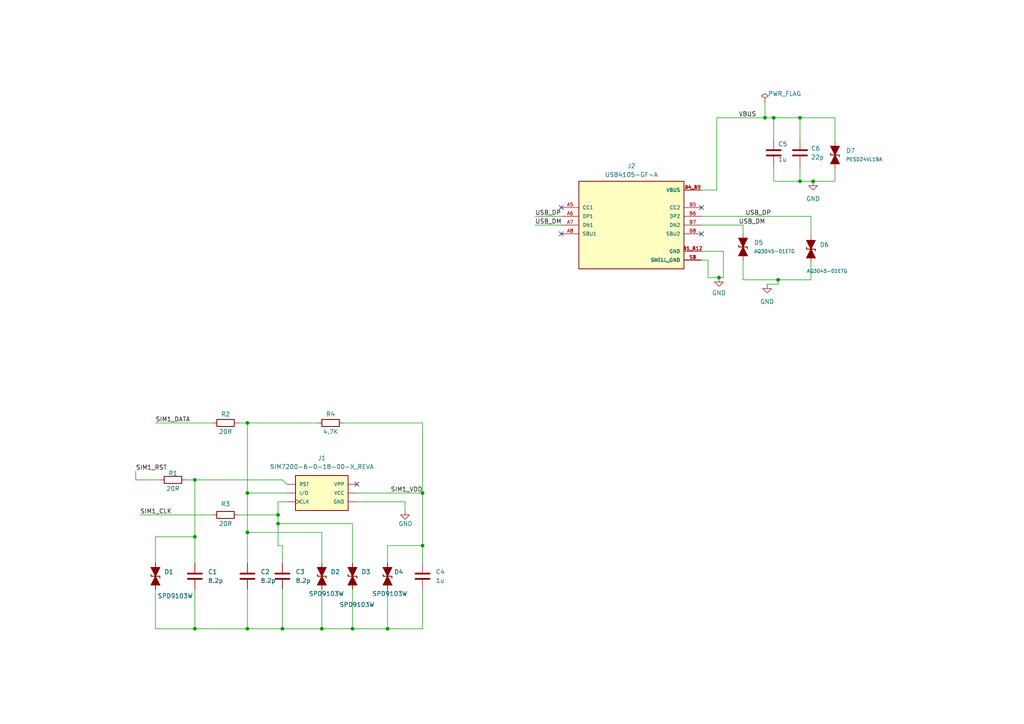
<source format=kicad_sch>
(kicad_sch
	(version 20231120)
	(generator "eeschema")
	(generator_version "8.0")
	(uuid "cebc580e-2758-4cad-9f51-af1d779c4773")
	(paper "A4")
	(lib_symbols
		(symbol "Device:C"
			(pin_numbers hide)
			(pin_names
				(offset 0.254)
			)
			(exclude_from_sim no)
			(in_bom yes)
			(on_board yes)
			(property "Reference" "C"
				(at 0.635 2.54 0)
				(effects
					(font
						(size 1.27 1.27)
					)
					(justify left)
				)
			)
			(property "Value" "C"
				(at 0.635 -2.54 0)
				(effects
					(font
						(size 1.27 1.27)
					)
					(justify left)
				)
			)
			(property "Footprint" ""
				(at 0.9652 -3.81 0)
				(effects
					(font
						(size 1.27 1.27)
					)
					(hide yes)
				)
			)
			(property "Datasheet" "~"
				(at 0 0 0)
				(effects
					(font
						(size 1.27 1.27)
					)
					(hide yes)
				)
			)
			(property "Description" "Unpolarized capacitor"
				(at 0 0 0)
				(effects
					(font
						(size 1.27 1.27)
					)
					(hide yes)
				)
			)
			(property "ki_keywords" "cap capacitor"
				(at 0 0 0)
				(effects
					(font
						(size 1.27 1.27)
					)
					(hide yes)
				)
			)
			(property "ki_fp_filters" "C_*"
				(at 0 0 0)
				(effects
					(font
						(size 1.27 1.27)
					)
					(hide yes)
				)
			)
			(symbol "C_0_1"
				(polyline
					(pts
						(xy -2.032 -0.762) (xy 2.032 -0.762)
					)
					(stroke
						(width 0.508)
						(type default)
					)
					(fill
						(type none)
					)
				)
				(polyline
					(pts
						(xy -2.032 0.762) (xy 2.032 0.762)
					)
					(stroke
						(width 0.508)
						(type default)
					)
					(fill
						(type none)
					)
				)
			)
			(symbol "C_1_1"
				(pin passive line
					(at 0 3.81 270)
					(length 2.794)
					(name "~"
						(effects
							(font
								(size 1.27 1.27)
							)
						)
					)
					(number "1"
						(effects
							(font
								(size 1.27 1.27)
							)
						)
					)
				)
				(pin passive line
					(at 0 -3.81 90)
					(length 2.794)
					(name "~"
						(effects
							(font
								(size 1.27 1.27)
							)
						)
					)
					(number "2"
						(effects
							(font
								(size 1.27 1.27)
							)
						)
					)
				)
			)
		)
		(symbol "Device:D_TVS_Filled"
			(pin_numbers hide)
			(pin_names
				(offset 1.016) hide)
			(exclude_from_sim no)
			(in_bom yes)
			(on_board yes)
			(property "Reference" "D"
				(at 0 2.54 0)
				(effects
					(font
						(size 1.27 1.27)
					)
				)
			)
			(property "Value" "D_TVS_Filled"
				(at 0 -2.54 0)
				(effects
					(font
						(size 1.27 1.27)
					)
				)
			)
			(property "Footprint" ""
				(at 0 0 0)
				(effects
					(font
						(size 1.27 1.27)
					)
					(hide yes)
				)
			)
			(property "Datasheet" "~"
				(at 0 0 0)
				(effects
					(font
						(size 1.27 1.27)
					)
					(hide yes)
				)
			)
			(property "Description" "Bidirectional transient-voltage-suppression diode, filled shape"
				(at 0 0 0)
				(effects
					(font
						(size 1.27 1.27)
					)
					(hide yes)
				)
			)
			(property "ki_keywords" "diode TVS thyrector"
				(at 0 0 0)
				(effects
					(font
						(size 1.27 1.27)
					)
					(hide yes)
				)
			)
			(property "ki_fp_filters" "TO-???* *_Diode_* *SingleDiode* D_*"
				(at 0 0 0)
				(effects
					(font
						(size 1.27 1.27)
					)
					(hide yes)
				)
			)
			(symbol "D_TVS_Filled_0_1"
				(polyline
					(pts
						(xy 1.27 0) (xy -1.27 0)
					)
					(stroke
						(width 0)
						(type default)
					)
					(fill
						(type none)
					)
				)
				(polyline
					(pts
						(xy -2.54 -1.27) (xy 0 0) (xy -2.54 1.27) (xy -2.54 -1.27)
					)
					(stroke
						(width 0.254)
						(type default)
					)
					(fill
						(type outline)
					)
				)
				(polyline
					(pts
						(xy 0.508 1.27) (xy 0 1.27) (xy 0 -1.27) (xy -0.508 -1.27)
					)
					(stroke
						(width 0.254)
						(type default)
					)
					(fill
						(type none)
					)
				)
				(polyline
					(pts
						(xy 2.54 1.27) (xy 2.54 -1.27) (xy 0 0) (xy 2.54 1.27)
					)
					(stroke
						(width 0.254)
						(type default)
					)
					(fill
						(type outline)
					)
				)
			)
			(symbol "D_TVS_Filled_1_1"
				(pin passive line
					(at -3.81 0 0)
					(length 2.54)
					(name "A1"
						(effects
							(font
								(size 1.27 1.27)
							)
						)
					)
					(number "1"
						(effects
							(font
								(size 1.27 1.27)
							)
						)
					)
				)
				(pin passive line
					(at 3.81 0 180)
					(length 2.54)
					(name "A2"
						(effects
							(font
								(size 1.27 1.27)
							)
						)
					)
					(number "2"
						(effects
							(font
								(size 1.27 1.27)
							)
						)
					)
				)
			)
		)
		(symbol "Device:R"
			(pin_numbers hide)
			(pin_names
				(offset 0)
			)
			(exclude_from_sim no)
			(in_bom yes)
			(on_board yes)
			(property "Reference" "R"
				(at 2.032 0 90)
				(effects
					(font
						(size 1.27 1.27)
					)
				)
			)
			(property "Value" "R"
				(at 0 0 90)
				(effects
					(font
						(size 1.27 1.27)
					)
				)
			)
			(property "Footprint" ""
				(at -1.778 0 90)
				(effects
					(font
						(size 1.27 1.27)
					)
					(hide yes)
				)
			)
			(property "Datasheet" "~"
				(at 0 0 0)
				(effects
					(font
						(size 1.27 1.27)
					)
					(hide yes)
				)
			)
			(property "Description" "Resistor"
				(at 0 0 0)
				(effects
					(font
						(size 1.27 1.27)
					)
					(hide yes)
				)
			)
			(property "ki_keywords" "R res resistor"
				(at 0 0 0)
				(effects
					(font
						(size 1.27 1.27)
					)
					(hide yes)
				)
			)
			(property "ki_fp_filters" "R_*"
				(at 0 0 0)
				(effects
					(font
						(size 1.27 1.27)
					)
					(hide yes)
				)
			)
			(symbol "R_0_1"
				(rectangle
					(start -1.016 -2.54)
					(end 1.016 2.54)
					(stroke
						(width 0.254)
						(type default)
					)
					(fill
						(type none)
					)
				)
			)
			(symbol "R_1_1"
				(pin passive line
					(at 0 3.81 270)
					(length 1.27)
					(name "~"
						(effects
							(font
								(size 1.27 1.27)
							)
						)
					)
					(number "1"
						(effects
							(font
								(size 1.27 1.27)
							)
						)
					)
				)
				(pin passive line
					(at 0 -3.81 90)
					(length 1.27)
					(name "~"
						(effects
							(font
								(size 1.27 1.27)
							)
						)
					)
					(number "2"
						(effects
							(font
								(size 1.27 1.27)
							)
						)
					)
				)
			)
		)
		(symbol "SCH_LIB:SIM7200-6-0-18-00-X_REVA"
			(pin_numbers hide)
			(pin_names
				(offset 1.016)
			)
			(exclude_from_sim no)
			(in_bom yes)
			(on_board yes)
			(property "Reference" "J"
				(at -7.62 5.588 0)
				(effects
					(font
						(size 1.27 1.27)
					)
					(justify left bottom)
				)
			)
			(property "Value" "SIM7200-6-0-18-00-X_REVA"
				(at -7.62 -7.62 0)
				(effects
					(font
						(size 1.27 1.27)
					)
					(justify left bottom)
				)
			)
			(property "Footprint" "LocalLib:GCT_SIM7050-6-0-00-X_REVC"
				(at -5.715 5.715 0)
				(effects
					(font
						(size 1.27 1.27)
					)
					(justify left bottom)
					(hide yes)
				)
			)
			(property "Datasheet" ""
				(at 0 0 0)
				(effects
					(font
						(size 1.27 1.27)
					)
					(justify left bottom)
					(hide yes)
				)
			)
			(property "Description" "6 Position Card Connector Micro SIM Surface Mount, Right Angle Gold"
				(at 0 0 0)
				(effects
					(font
						(size 1.27 1.27)
					)
					(hide yes)
				)
			)
			(property "MANUFACTURER" "GCT"
				(at -5.715 7.62 0)
				(effects
					(font
						(size 1.27 1.27)
					)
					(justify left bottom)
					(hide yes)
				)
			)
			(symbol "SIM7200-6-0-18-00-X_REVA_0_0"
				(rectangle
					(start -7.62 -5.08)
					(end 7.62 5.08)
					(stroke
						(width 0.254)
						(type default)
					)
					(fill
						(type background)
					)
				)
				(pin power_in line
					(at 10.16 0 180)
					(length 2.54)
					(name "VCC"
						(effects
							(font
								(size 1.016 1.016)
							)
						)
					)
					(number "C1"
						(effects
							(font
								(size 1.016 1.016)
							)
						)
					)
				)
				(pin input line
					(at -10.16 2.54 0)
					(length 2.54)
					(name "RST"
						(effects
							(font
								(size 1.016 1.016)
							)
						)
					)
					(number "C2"
						(effects
							(font
								(size 1.016 1.016)
							)
						)
					)
				)
				(pin bidirectional clock
					(at -10.16 -2.54 0)
					(length 2.54)
					(name "CLK"
						(effects
							(font
								(size 1.016 1.016)
							)
						)
					)
					(number "C3"
						(effects
							(font
								(size 1.016 1.016)
							)
						)
					)
				)
				(pin power_in line
					(at 10.16 -2.54 180)
					(length 2.54)
					(name "GND"
						(effects
							(font
								(size 1.016 1.016)
							)
						)
					)
					(number "C5"
						(effects
							(font
								(size 1.016 1.016)
							)
						)
					)
				)
				(pin power_in line
					(at 10.16 2.54 180)
					(length 2.54)
					(name "VPP"
						(effects
							(font
								(size 1.016 1.016)
							)
						)
					)
					(number "C6"
						(effects
							(font
								(size 1.016 1.016)
							)
						)
					)
				)
				(pin bidirectional line
					(at -10.16 0 0)
					(length 2.54)
					(name "I/O"
						(effects
							(font
								(size 1.016 1.016)
							)
						)
					)
					(number "C7"
						(effects
							(font
								(size 1.016 1.016)
							)
						)
					)
				)
			)
		)
		(symbol "SCH_LIB:USB4105-GF-A"
			(pin_names
				(offset 1.016)
			)
			(exclude_from_sim no)
			(in_bom yes)
			(on_board yes)
			(property "Reference" "J"
				(at -15.24 13.97 0)
				(effects
					(font
						(size 1.27 1.27)
					)
					(justify left bottom)
				)
			)
			(property "Value" "USB4105-GF-A"
				(at -6.985 -14.605 0)
				(effects
					(font
						(size 1.27 1.27)
					)
					(justify left bottom)
				)
			)
			(property "Footprint" "LocalLib:GCT_USB4105-GF-A"
				(at -8.89 13.97 0)
				(effects
					(font
						(size 1.27 1.27)
					)
					(justify left bottom)
					(hide yes)
				)
			)
			(property "Datasheet" ""
				(at 0 0 0)
				(effects
					(font
						(size 1.27 1.27)
					)
					(justify left bottom)
					(hide yes)
				)
			)
			(property "Description" ""
				(at 0 0 0)
				(effects
					(font
						(size 1.27 1.27)
					)
					(hide yes)
				)
			)
			(symbol "USB4105-GF-A_0_0"
				(rectangle
					(start -15.24 12.7)
					(end 15.24 -12.7)
					(stroke
						(width 0.254)
						(type default)
					)
					(fill
						(type background)
					)
				)
				(pin power_in line
					(at 20.32 -7.62 180)
					(length 5.08)
					(name "GND"
						(effects
							(font
								(size 1.016 1.016)
							)
						)
					)
					(number "A1_B12"
						(effects
							(font
								(size 1.016 1.016)
							)
						)
					)
				)
				(pin power_in line
					(at 20.32 10.16 180)
					(length 5.08)
					(name "VBUS"
						(effects
							(font
								(size 1.016 1.016)
							)
						)
					)
					(number "A4_B9"
						(effects
							(font
								(size 1.016 1.016)
							)
						)
					)
				)
				(pin bidirectional line
					(at -20.32 5.08 0)
					(length 5.08)
					(name "CC1"
						(effects
							(font
								(size 1.016 1.016)
							)
						)
					)
					(number "A5"
						(effects
							(font
								(size 1.016 1.016)
							)
						)
					)
				)
				(pin bidirectional line
					(at -20.32 2.54 0)
					(length 5.08)
					(name "DP1"
						(effects
							(font
								(size 1.016 1.016)
							)
						)
					)
					(number "A6"
						(effects
							(font
								(size 1.016 1.016)
							)
						)
					)
				)
				(pin bidirectional line
					(at -20.32 0 0)
					(length 5.08)
					(name "DN1"
						(effects
							(font
								(size 1.016 1.016)
							)
						)
					)
					(number "A7"
						(effects
							(font
								(size 1.016 1.016)
							)
						)
					)
				)
				(pin bidirectional line
					(at -20.32 -2.54 0)
					(length 5.08)
					(name "SBU1"
						(effects
							(font
								(size 1.016 1.016)
							)
						)
					)
					(number "A8"
						(effects
							(font
								(size 1.016 1.016)
							)
						)
					)
				)
				(pin power_in line
					(at 20.32 -7.62 180)
					(length 5.08)
					(name "GND"
						(effects
							(font
								(size 1.016 1.016)
							)
						)
					)
					(number "B1_A12"
						(effects
							(font
								(size 1.016 1.016)
							)
						)
					)
				)
				(pin power_in line
					(at 20.32 10.16 180)
					(length 5.08)
					(name "VBUS"
						(effects
							(font
								(size 1.016 1.016)
							)
						)
					)
					(number "B4_A9"
						(effects
							(font
								(size 1.016 1.016)
							)
						)
					)
				)
				(pin bidirectional line
					(at 20.32 5.08 180)
					(length 5.08)
					(name "CC2"
						(effects
							(font
								(size 1.016 1.016)
							)
						)
					)
					(number "B5"
						(effects
							(font
								(size 1.016 1.016)
							)
						)
					)
				)
				(pin bidirectional line
					(at 20.32 2.54 180)
					(length 5.08)
					(name "DP2"
						(effects
							(font
								(size 1.016 1.016)
							)
						)
					)
					(number "B6"
						(effects
							(font
								(size 1.016 1.016)
							)
						)
					)
				)
				(pin bidirectional line
					(at 20.32 0 180)
					(length 5.08)
					(name "DN2"
						(effects
							(font
								(size 1.016 1.016)
							)
						)
					)
					(number "B7"
						(effects
							(font
								(size 1.016 1.016)
							)
						)
					)
				)
				(pin bidirectional line
					(at 20.32 -2.54 180)
					(length 5.08)
					(name "SBU2"
						(effects
							(font
								(size 1.016 1.016)
							)
						)
					)
					(number "B8"
						(effects
							(font
								(size 1.016 1.016)
							)
						)
					)
				)
				(pin power_in line
					(at 20.32 -10.16 180)
					(length 5.08)
					(name "SHELL_GND"
						(effects
							(font
								(size 1.016 1.016)
							)
						)
					)
					(number "S1"
						(effects
							(font
								(size 1.016 1.016)
							)
						)
					)
				)
				(pin power_in line
					(at 20.32 -10.16 180)
					(length 5.08)
					(name "SHELL_GND"
						(effects
							(font
								(size 1.016 1.016)
							)
						)
					)
					(number "S2"
						(effects
							(font
								(size 1.016 1.016)
							)
						)
					)
				)
				(pin power_in line
					(at 20.32 -10.16 180)
					(length 5.08)
					(name "SHELL_GND"
						(effects
							(font
								(size 1.016 1.016)
							)
						)
					)
					(number "S3"
						(effects
							(font
								(size 1.016 1.016)
							)
						)
					)
				)
				(pin power_in line
					(at 20.32 -10.16 180)
					(length 5.08)
					(name "SHELL_GND"
						(effects
							(font
								(size 1.016 1.016)
							)
						)
					)
					(number "S4"
						(effects
							(font
								(size 1.016 1.016)
							)
						)
					)
				)
			)
		)
		(symbol "power:GND"
			(power)
			(pin_names
				(offset 0)
			)
			(exclude_from_sim no)
			(in_bom yes)
			(on_board yes)
			(property "Reference" "#PWR"
				(at 0 -6.35 0)
				(effects
					(font
						(size 1.27 1.27)
					)
					(hide yes)
				)
			)
			(property "Value" "GND"
				(at 0 -3.81 0)
				(effects
					(font
						(size 1.27 1.27)
					)
				)
			)
			(property "Footprint" ""
				(at 0 0 0)
				(effects
					(font
						(size 1.27 1.27)
					)
					(hide yes)
				)
			)
			(property "Datasheet" ""
				(at 0 0 0)
				(effects
					(font
						(size 1.27 1.27)
					)
					(hide yes)
				)
			)
			(property "Description" "Power symbol creates a global label with name \"GND\" , ground"
				(at 0 0 0)
				(effects
					(font
						(size 1.27 1.27)
					)
					(hide yes)
				)
			)
			(property "ki_keywords" "global power"
				(at 0 0 0)
				(effects
					(font
						(size 1.27 1.27)
					)
					(hide yes)
				)
			)
			(symbol "GND_0_1"
				(polyline
					(pts
						(xy 0 0) (xy 0 -1.27) (xy 1.27 -1.27) (xy 0 -2.54) (xy -1.27 -1.27) (xy 0 -1.27)
					)
					(stroke
						(width 0)
						(type default)
					)
					(fill
						(type none)
					)
				)
			)
			(symbol "GND_1_1"
				(pin power_in line
					(at 0 0 270)
					(length 0) hide
					(name "GND"
						(effects
							(font
								(size 1.27 1.27)
							)
						)
					)
					(number "1"
						(effects
							(font
								(size 1.27 1.27)
							)
						)
					)
				)
			)
		)
		(symbol "power:PWR_FLAG"
			(power)
			(pin_numbers hide)
			(pin_names
				(offset 0) hide)
			(exclude_from_sim no)
			(in_bom yes)
			(on_board yes)
			(property "Reference" "#FLG"
				(at 0 1.905 0)
				(effects
					(font
						(size 1.27 1.27)
					)
					(hide yes)
				)
			)
			(property "Value" "PWR_FLAG"
				(at 0 3.81 0)
				(effects
					(font
						(size 1.27 1.27)
					)
				)
			)
			(property "Footprint" ""
				(at 0 0 0)
				(effects
					(font
						(size 1.27 1.27)
					)
					(hide yes)
				)
			)
			(property "Datasheet" "~"
				(at 0 0 0)
				(effects
					(font
						(size 1.27 1.27)
					)
					(hide yes)
				)
			)
			(property "Description" "Special symbol for telling ERC where power comes from"
				(at 0 0 0)
				(effects
					(font
						(size 1.27 1.27)
					)
					(hide yes)
				)
			)
			(property "ki_keywords" "flag power"
				(at 0 0 0)
				(effects
					(font
						(size 1.27 1.27)
					)
					(hide yes)
				)
			)
			(symbol "PWR_FLAG_0_0"
				(pin power_out line
					(at 0 0 90)
					(length 0)
					(name "pwr"
						(effects
							(font
								(size 1.27 1.27)
							)
						)
					)
					(number "1"
						(effects
							(font
								(size 1.27 1.27)
							)
						)
					)
				)
			)
			(symbol "PWR_FLAG_0_1"
				(polyline
					(pts
						(xy 0 0) (xy 0 1.27) (xy -1.016 1.905) (xy 0 2.54) (xy 1.016 1.905) (xy 0 1.27)
					)
					(stroke
						(width 0)
						(type default)
					)
					(fill
						(type none)
					)
				)
			)
		)
	)
	(junction
		(at 122.555 158.242)
		(diameter 0)
		(color 0 0 0 0)
		(uuid "096bb6ab-7475-4d09-a37e-3addfabeee1d")
	)
	(junction
		(at 221.869 34.163)
		(diameter 0)
		(color 0 0 0 0)
		(uuid "1259cf04-f3a2-4ef3-bd46-fcdab24030fe")
	)
	(junction
		(at 56.515 139.192)
		(diameter 0)
		(color 0 0 0 0)
		(uuid "18375207-9951-4697-863f-950ce15a78f9")
	)
	(junction
		(at 232.029 52.578)
		(diameter 0)
		(color 0 0 0 0)
		(uuid "24d2729c-c2cf-42ff-8f6a-82e64cb7b5e1")
	)
	(junction
		(at 81.915 182.372)
		(diameter 0)
		(color 0 0 0 0)
		(uuid "3cbd28a8-5d40-41e2-ae85-14060e4290da")
	)
	(junction
		(at 225.679 81.153)
		(diameter 0)
		(color 0 0 0 0)
		(uuid "44107b82-4b1a-4685-ab9f-9f04b261673a")
	)
	(junction
		(at 232.029 34.163)
		(diameter 0)
		(color 0 0 0 0)
		(uuid "4cdfe7b0-ed8c-4454-81f1-bc8a66dd870b")
	)
	(junction
		(at 56.515 182.372)
		(diameter 0)
		(color 0 0 0 0)
		(uuid "514b6d6f-acdf-489a-bf59-80fcef7eb510")
	)
	(junction
		(at 235.839 52.578)
		(diameter 0)
		(color 0 0 0 0)
		(uuid "71fe2698-9f29-4012-aa10-4e591543773b")
	)
	(junction
		(at 56.515 155.702)
		(diameter 0)
		(color 0 0 0 0)
		(uuid "752b544e-1e67-4784-882c-33f214848f68")
	)
	(junction
		(at 102.235 182.372)
		(diameter 0)
		(color 0 0 0 0)
		(uuid "8b99f0cf-5513-4479-8075-a1ce4d52e4c4")
	)
	(junction
		(at 122.555 143.002)
		(diameter 0)
		(color 0 0 0 0)
		(uuid "99abf334-eef3-4a4f-8c87-78717b24b996")
	)
	(junction
		(at 71.755 154.432)
		(diameter 0)
		(color 0 0 0 0)
		(uuid "9af50a11-499c-4b87-837f-6c7de1c9e293")
	)
	(junction
		(at 224.409 34.163)
		(diameter 0)
		(color 0 0 0 0)
		(uuid "9c8b0ad2-700c-4863-bed9-013b6d881f50")
	)
	(junction
		(at 80.645 149.352)
		(diameter 0)
		(color 0 0 0 0)
		(uuid "b5850e6f-102f-4a80-b568-65de3f325d8b")
	)
	(junction
		(at 112.395 182.372)
		(diameter 0)
		(color 0 0 0 0)
		(uuid "d6005ec1-b448-4b11-87c1-6f850a5f5a19")
	)
	(junction
		(at 71.755 143.002)
		(diameter 0)
		(color 0 0 0 0)
		(uuid "da131e88-d689-411b-8666-0065be70b48d")
	)
	(junction
		(at 71.755 182.372)
		(diameter 0)
		(color 0 0 0 0)
		(uuid "e345a937-0285-4a5f-8608-4543167f3e04")
	)
	(junction
		(at 208.534 80.518)
		(diameter 0)
		(color 0 0 0 0)
		(uuid "e4e54b81-1e46-4e71-8625-59a406ac5e65")
	)
	(junction
		(at 71.755 122.682)
		(diameter 0)
		(color 0 0 0 0)
		(uuid "f1ca2806-aad2-476a-af72-1f30258c21cd")
	)
	(junction
		(at 93.345 182.372)
		(diameter 0)
		(color 0 0 0 0)
		(uuid "f537ee86-883a-4c87-9ef3-acdb90e15815")
	)
	(junction
		(at 80.645 151.892)
		(diameter 0)
		(color 0 0 0 0)
		(uuid "ff0f6a58-a566-4195-80f5-50480893f92b")
	)
	(no_connect
		(at 203.454 67.818)
		(uuid "0161aef0-5f3c-465d-bcb5-b245ec03e2fd")
	)
	(no_connect
		(at 162.814 60.198)
		(uuid "14df0c28-de1f-4897-8181-00a2fc00a54e")
	)
	(no_connect
		(at 162.814 67.818)
		(uuid "5c587258-fc3d-4771-9341-cef34d6d31a5")
	)
	(no_connect
		(at 103.505 140.462)
		(uuid "9bc93f9b-5966-4489-ab5c-a1a87ee055c1")
	)
	(no_connect
		(at 203.454 60.198)
		(uuid "c4663868-9a2c-444a-92ee-b28504fe02ec")
	)
	(wire
		(pts
			(xy 53.975 139.192) (xy 56.515 139.192)
		)
		(stroke
			(width 0)
			(type default)
		)
		(uuid "016506f8-888c-4950-86a6-b4d519df6b5c")
	)
	(wire
		(pts
			(xy 81.915 139.192) (xy 83.185 140.462)
		)
		(stroke
			(width 0)
			(type default)
		)
		(uuid "057d3bc0-e40e-4f07-ba5d-9f4b7bd20b45")
	)
	(wire
		(pts
			(xy 235.839 52.578) (xy 242.189 52.578)
		)
		(stroke
			(width 0)
			(type default)
		)
		(uuid "0e1f9d01-c8a5-44a4-8870-8c4e6bfbc9b4")
	)
	(wire
		(pts
			(xy 99.695 122.682) (xy 122.555 122.682)
		)
		(stroke
			(width 0)
			(type default)
		)
		(uuid "15cf18ce-bfd4-4135-a637-2f94a067e45b")
	)
	(wire
		(pts
			(xy 225.679 82.423) (xy 222.504 82.423)
		)
		(stroke
			(width 0)
			(type default)
		)
		(uuid "19036166-9dd7-417d-9550-aad88b3df215")
	)
	(wire
		(pts
			(xy 56.515 182.372) (xy 71.755 182.372)
		)
		(stroke
			(width 0)
			(type default)
		)
		(uuid "1930496b-2a39-414e-8e93-ff100dd0a278")
	)
	(wire
		(pts
			(xy 69.215 149.352) (xy 80.645 149.352)
		)
		(stroke
			(width 0)
			(type default)
		)
		(uuid "1976ecd1-a5d9-4ede-9efa-5aed61602d47")
	)
	(wire
		(pts
			(xy 242.189 34.163) (xy 242.189 41.148)
		)
		(stroke
			(width 0)
			(type default)
		)
		(uuid "1a4dadec-f835-49a1-b87b-df4d58d3851a")
	)
	(wire
		(pts
			(xy 224.409 52.578) (xy 232.029 52.578)
		)
		(stroke
			(width 0)
			(type default)
		)
		(uuid "21cbda33-faea-4d04-a04f-18db0f6ea87b")
	)
	(wire
		(pts
			(xy 122.555 143.002) (xy 122.555 158.242)
		)
		(stroke
			(width 0)
			(type default)
		)
		(uuid "24708ef5-16ae-4bae-9508-cae6a1915137")
	)
	(wire
		(pts
			(xy 205.359 80.518) (xy 208.534 80.518)
		)
		(stroke
			(width 0)
			(type default)
		)
		(uuid "257f5a77-e0be-43c2-9e5c-741641eee8f4")
	)
	(wire
		(pts
			(xy 40.64 149.352) (xy 61.595 149.352)
		)
		(stroke
			(width 0)
			(type default)
		)
		(uuid "288a011c-1c56-4e86-b6fb-811ddcc1d8f2")
	)
	(wire
		(pts
			(xy 80.645 145.542) (xy 80.645 149.352)
		)
		(stroke
			(width 0)
			(type default)
		)
		(uuid "2e9d14ef-ad85-489e-9943-98e9de4b1352")
	)
	(wire
		(pts
			(xy 232.029 34.163) (xy 242.189 34.163)
		)
		(stroke
			(width 0)
			(type default)
		)
		(uuid "32aad4d5-3629-48e6-a711-5623f558fc4e")
	)
	(wire
		(pts
			(xy 209.804 72.898) (xy 209.804 80.518)
		)
		(stroke
			(width 0)
			(type default)
		)
		(uuid "32dccec0-ebad-4ec9-a25b-87d4a860b32f")
	)
	(wire
		(pts
			(xy 45.085 155.702) (xy 56.515 155.702)
		)
		(stroke
			(width 0)
			(type default)
		)
		(uuid "36cd72fe-64e6-4339-91fd-e1f0ba35ae82")
	)
	(wire
		(pts
			(xy 102.235 182.372) (xy 112.395 182.372)
		)
		(stroke
			(width 0)
			(type default)
		)
		(uuid "3cba2c03-f354-4362-9faa-f8e4eb6b7792")
	)
	(wire
		(pts
			(xy 39.37 136.652) (xy 39.37 139.192)
		)
		(stroke
			(width 0)
			(type default)
		)
		(uuid "3d65d76a-fcbb-4744-b633-3e449ff55db0")
	)
	(wire
		(pts
			(xy 80.645 149.352) (xy 80.645 151.892)
		)
		(stroke
			(width 0)
			(type default)
		)
		(uuid "3d7fe9a3-93df-4e9e-9895-024867c09081")
	)
	(wire
		(pts
			(xy 207.899 34.163) (xy 207.899 55.118)
		)
		(stroke
			(width 0)
			(type default)
		)
		(uuid "3e5cf664-3fee-475b-a328-9b1c50bb95fb")
	)
	(wire
		(pts
			(xy 56.515 139.192) (xy 81.915 139.192)
		)
		(stroke
			(width 0)
			(type default)
		)
		(uuid "3f3cbcc1-e2e7-4cf3-a11d-3decc2e94671")
	)
	(wire
		(pts
			(xy 117.475 145.542) (xy 117.475 148.082)
		)
		(stroke
			(width 0)
			(type default)
		)
		(uuid "444f2ecb-41ba-4074-8952-52f19af177a8")
	)
	(wire
		(pts
			(xy 203.454 75.438) (xy 205.359 75.438)
		)
		(stroke
			(width 0)
			(type default)
		)
		(uuid "47f7c1e5-9da2-4bfa-b687-5ed54228c092")
	)
	(wire
		(pts
			(xy 93.345 182.372) (xy 102.235 182.372)
		)
		(stroke
			(width 0)
			(type default)
		)
		(uuid "48537692-8dcd-4d14-a8f2-edaf822924f0")
	)
	(wire
		(pts
			(xy 45.085 182.372) (xy 56.515 182.372)
		)
		(stroke
			(width 0)
			(type default)
		)
		(uuid "4c0cc8e6-841b-47ef-9a46-327014bbcc44")
	)
	(wire
		(pts
			(xy 224.409 34.163) (xy 232.029 34.163)
		)
		(stroke
			(width 0)
			(type default)
		)
		(uuid "588fc4da-5f5b-4376-8c9f-9efe733fdc98")
	)
	(wire
		(pts
			(xy 221.869 29.718) (xy 221.869 34.163)
		)
		(stroke
			(width 0)
			(type default)
		)
		(uuid "5a38c637-45ec-4585-9b0f-2e48b97a4513")
	)
	(wire
		(pts
			(xy 235.204 62.738) (xy 235.204 68.453)
		)
		(stroke
			(width 0)
			(type default)
		)
		(uuid "5a757fa4-df4e-4357-86e2-fd49209f1124")
	)
	(wire
		(pts
			(xy 71.755 170.942) (xy 71.755 182.372)
		)
		(stroke
			(width 0)
			(type default)
		)
		(uuid "5ad8df0c-36f2-492c-98bf-aa63d412409f")
	)
	(wire
		(pts
			(xy 155.194 62.738) (xy 162.814 62.738)
		)
		(stroke
			(width 0)
			(type default)
		)
		(uuid "5bd597e7-b1de-4f99-a297-9ba0e5805117")
	)
	(wire
		(pts
			(xy 242.189 48.768) (xy 242.189 52.578)
		)
		(stroke
			(width 0)
			(type default)
		)
		(uuid "6acd61db-a906-4acb-89aa-0aeda702853a")
	)
	(wire
		(pts
			(xy 71.755 143.002) (xy 83.185 143.002)
		)
		(stroke
			(width 0)
			(type default)
		)
		(uuid "6b064987-9727-4969-b092-7a0199aac43d")
	)
	(wire
		(pts
			(xy 103.505 143.002) (xy 122.555 143.002)
		)
		(stroke
			(width 0)
			(type default)
		)
		(uuid "6d0ba9de-a300-4643-8f0c-6cb1ecb0e483")
	)
	(wire
		(pts
			(xy 215.519 65.278) (xy 215.519 67.818)
		)
		(stroke
			(width 0)
			(type default)
		)
		(uuid "6e740cfb-8bcd-4c25-8f02-3fe55e735186")
	)
	(wire
		(pts
			(xy 224.409 34.163) (xy 224.409 40.513)
		)
		(stroke
			(width 0)
			(type default)
		)
		(uuid "6fefe8e4-417b-41d9-a563-3a530dd8311a")
	)
	(wire
		(pts
			(xy 232.029 34.163) (xy 232.029 40.513)
		)
		(stroke
			(width 0)
			(type default)
		)
		(uuid "74c9d0f8-6709-44c5-bd9d-088ea3dfbd6b")
	)
	(wire
		(pts
			(xy 81.915 182.372) (xy 93.345 182.372)
		)
		(stroke
			(width 0)
			(type default)
		)
		(uuid "778770e7-7123-4d46-a9d9-15a51138b830")
	)
	(wire
		(pts
			(xy 232.029 52.578) (xy 235.839 52.578)
		)
		(stroke
			(width 0)
			(type default)
		)
		(uuid "77ff1307-c604-42f3-989e-82b0a64906cb")
	)
	(wire
		(pts
			(xy 103.505 145.542) (xy 117.475 145.542)
		)
		(stroke
			(width 0)
			(type default)
		)
		(uuid "78625ceb-8f3b-4bd0-9fd2-7a453eed0c25")
	)
	(wire
		(pts
			(xy 235.204 76.073) (xy 235.204 81.153)
		)
		(stroke
			(width 0)
			(type default)
		)
		(uuid "78836c20-0e6a-4d54-8a1f-7740b4d42591")
	)
	(wire
		(pts
			(xy 232.029 48.133) (xy 232.029 52.578)
		)
		(stroke
			(width 0)
			(type default)
		)
		(uuid "7e11ddf2-b9c6-48f0-b8e4-bbd43a11486f")
	)
	(wire
		(pts
			(xy 80.645 145.542) (xy 83.185 145.542)
		)
		(stroke
			(width 0)
			(type default)
		)
		(uuid "8123eb05-2830-42a8-a8d8-d2552fb616fa")
	)
	(wire
		(pts
			(xy 205.359 75.438) (xy 205.359 80.518)
		)
		(stroke
			(width 0)
			(type default)
		)
		(uuid "81a10b2a-4b4b-464c-a165-28ee583cd8e9")
	)
	(wire
		(pts
			(xy 112.395 158.242) (xy 122.555 158.242)
		)
		(stroke
			(width 0)
			(type default)
		)
		(uuid "82956abc-7026-4fec-bc2e-8bcbaac8a7f4")
	)
	(wire
		(pts
			(xy 81.915 170.942) (xy 81.915 182.372)
		)
		(stroke
			(width 0)
			(type default)
		)
		(uuid "8b81d1bc-9f6f-4299-996a-dd68f90d0ab6")
	)
	(wire
		(pts
			(xy 112.395 158.242) (xy 112.395 163.322)
		)
		(stroke
			(width 0)
			(type default)
		)
		(uuid "8e120300-7501-4d38-97c3-0b5de4a4461b")
	)
	(wire
		(pts
			(xy 122.555 122.682) (xy 122.555 143.002)
		)
		(stroke
			(width 0)
			(type default)
		)
		(uuid "91fda6c1-6c92-4f67-9e17-795cd16323a4")
	)
	(wire
		(pts
			(xy 71.755 143.002) (xy 71.755 154.432)
		)
		(stroke
			(width 0)
			(type default)
		)
		(uuid "97907bab-c0b0-4100-89e3-646504f232b3")
	)
	(wire
		(pts
			(xy 45.085 122.682) (xy 61.595 122.682)
		)
		(stroke
			(width 0)
			(type default)
		)
		(uuid "99c15332-9b73-42bb-bd09-d7813a46b2d5")
	)
	(wire
		(pts
			(xy 221.869 34.163) (xy 224.409 34.163)
		)
		(stroke
			(width 0)
			(type default)
		)
		(uuid "9aa05d58-420f-4ccd-a9f8-5af514a22e21")
	)
	(wire
		(pts
			(xy 71.755 182.372) (xy 81.915 182.372)
		)
		(stroke
			(width 0)
			(type default)
		)
		(uuid "9bf71969-5868-4fb8-afea-6a6526ca345b")
	)
	(wire
		(pts
			(xy 155.194 65.278) (xy 162.814 65.278)
		)
		(stroke
			(width 0)
			(type default)
		)
		(uuid "9d5606d0-1fce-4b33-997c-74014b342809")
	)
	(wire
		(pts
			(xy 225.679 82.423) (xy 225.679 81.153)
		)
		(stroke
			(width 0)
			(type default)
		)
		(uuid "9f8f3a67-a19a-44c8-9317-5537a3e57ba7")
	)
	(wire
		(pts
			(xy 80.645 151.892) (xy 80.645 158.242)
		)
		(stroke
			(width 0)
			(type default)
		)
		(uuid "a2810663-dc96-453f-b5b1-6ce4070cfacc")
	)
	(wire
		(pts
			(xy 80.645 151.892) (xy 102.235 151.892)
		)
		(stroke
			(width 0)
			(type default)
		)
		(uuid "a2c1dcea-bc44-4521-a3c0-475717a5ea04")
	)
	(wire
		(pts
			(xy 69.215 122.682) (xy 71.755 122.682)
		)
		(stroke
			(width 0)
			(type default)
		)
		(uuid "a54a2782-575c-41a3-baf2-a29ef59724f5")
	)
	(wire
		(pts
			(xy 224.409 48.133) (xy 224.409 52.578)
		)
		(stroke
			(width 0)
			(type default)
		)
		(uuid "a891ceda-6755-426d-9cc2-58756eb3c7ea")
	)
	(wire
		(pts
			(xy 93.345 170.942) (xy 93.345 182.372)
		)
		(stroke
			(width 0)
			(type default)
		)
		(uuid "ad74d961-bcf2-4b63-9eab-77255bdd47e6")
	)
	(wire
		(pts
			(xy 56.515 155.702) (xy 56.515 163.322)
		)
		(stroke
			(width 0)
			(type default)
		)
		(uuid "afda1139-6ddb-4b40-a5c5-93593731e5ba")
	)
	(wire
		(pts
			(xy 71.755 122.682) (xy 92.075 122.682)
		)
		(stroke
			(width 0)
			(type default)
		)
		(uuid "b0ddcc04-80fd-48c0-8fcf-0201dc394df3")
	)
	(wire
		(pts
			(xy 203.454 72.898) (xy 209.804 72.898)
		)
		(stroke
			(width 0)
			(type default)
		)
		(uuid "b280c864-53f1-48ec-bcb0-c8e9ea821055")
	)
	(wire
		(pts
			(xy 215.519 75.438) (xy 215.519 81.153)
		)
		(stroke
			(width 0)
			(type default)
		)
		(uuid "b42a13e2-989e-4a92-8955-d30d9f127b55")
	)
	(wire
		(pts
			(xy 45.085 170.942) (xy 45.085 182.372)
		)
		(stroke
			(width 0)
			(type default)
		)
		(uuid "b7ae4aa9-e1ad-4b56-8b94-f70e00f5012a")
	)
	(wire
		(pts
			(xy 112.395 170.942) (xy 112.395 182.372)
		)
		(stroke
			(width 0)
			(type default)
		)
		(uuid "b81964e3-a555-43f5-b156-4b139f6a9b74")
	)
	(wire
		(pts
			(xy 207.899 55.118) (xy 203.454 55.118)
		)
		(stroke
			(width 0)
			(type default)
		)
		(uuid "b8cee040-b909-4783-a3f6-5106de8eb217")
	)
	(wire
		(pts
			(xy 71.755 154.432) (xy 93.345 154.432)
		)
		(stroke
			(width 0)
			(type default)
		)
		(uuid "bb0f03b4-aa96-4bb4-8c56-2aaf094758c9")
	)
	(wire
		(pts
			(xy 71.755 122.682) (xy 71.755 143.002)
		)
		(stroke
			(width 0)
			(type default)
		)
		(uuid "bca21e7f-af7d-49b5-8dc2-5fd0bc2d1d72")
	)
	(wire
		(pts
			(xy 122.555 170.942) (xy 122.555 182.372)
		)
		(stroke
			(width 0)
			(type default)
		)
		(uuid "c211d530-05f1-4051-a70c-dab074c1a228")
	)
	(wire
		(pts
			(xy 112.395 182.372) (xy 122.555 182.372)
		)
		(stroke
			(width 0)
			(type default)
		)
		(uuid "ca0a5dd6-bf26-4b91-a6c4-40295138a627")
	)
	(wire
		(pts
			(xy 56.515 170.942) (xy 56.515 182.372)
		)
		(stroke
			(width 0)
			(type default)
		)
		(uuid "cc0ec1b8-0744-44f5-92fd-b4b55fe31bcb")
	)
	(wire
		(pts
			(xy 56.515 139.192) (xy 56.515 155.702)
		)
		(stroke
			(width 0)
			(type default)
		)
		(uuid "ce03179a-849d-483b-bc35-ad95f0976db7")
	)
	(wire
		(pts
			(xy 71.755 154.432) (xy 71.755 163.322)
		)
		(stroke
			(width 0)
			(type default)
		)
		(uuid "d7fb710a-6212-495e-a5cc-a18ce0a92593")
	)
	(wire
		(pts
			(xy 93.345 154.432) (xy 93.345 163.322)
		)
		(stroke
			(width 0)
			(type default)
		)
		(uuid "db276630-bb36-4288-920c-428f4e298a5e")
	)
	(wire
		(pts
			(xy 45.085 155.702) (xy 45.085 163.322)
		)
		(stroke
			(width 0)
			(type default)
		)
		(uuid "dc78afd9-72e3-4ac6-8816-d819a81c3940")
	)
	(wire
		(pts
			(xy 208.534 80.518) (xy 209.804 80.518)
		)
		(stroke
			(width 0)
			(type default)
		)
		(uuid "dd699d80-8e73-4e48-a78b-41121b9a1b7d")
	)
	(wire
		(pts
			(xy 102.235 151.892) (xy 102.235 163.322)
		)
		(stroke
			(width 0)
			(type default)
		)
		(uuid "e0f50948-fc7c-4c90-9aeb-94368a6ef48f")
	)
	(wire
		(pts
			(xy 203.454 62.738) (xy 235.204 62.738)
		)
		(stroke
			(width 0)
			(type default)
		)
		(uuid "e28643bc-0cc8-4f4f-b981-962d6836e73b")
	)
	(wire
		(pts
			(xy 80.645 158.242) (xy 81.915 158.242)
		)
		(stroke
			(width 0)
			(type default)
		)
		(uuid "f0552cf3-aa3d-449f-9257-4598767c9380")
	)
	(wire
		(pts
			(xy 122.555 158.242) (xy 122.555 163.322)
		)
		(stroke
			(width 0)
			(type default)
		)
		(uuid "f127281a-6b61-440c-8510-f85d25f35907")
	)
	(wire
		(pts
			(xy 102.235 170.942) (xy 102.235 182.372)
		)
		(stroke
			(width 0)
			(type default)
		)
		(uuid "f4faddf1-686e-4118-9149-eabade2390db")
	)
	(wire
		(pts
			(xy 235.204 81.153) (xy 225.679 81.153)
		)
		(stroke
			(width 0)
			(type default)
		)
		(uuid "f5c3d3c2-08a8-48f1-9c5e-593b7afc8086")
	)
	(wire
		(pts
			(xy 215.519 81.153) (xy 225.679 81.153)
		)
		(stroke
			(width 0)
			(type default)
		)
		(uuid "f92375a1-8809-4f6e-8e91-9fadda288137")
	)
	(wire
		(pts
			(xy 203.454 65.278) (xy 215.519 65.278)
		)
		(stroke
			(width 0)
			(type default)
		)
		(uuid "f9660a14-5511-410f-ad8e-8447228c3c9c")
	)
	(wire
		(pts
			(xy 207.899 34.163) (xy 221.869 34.163)
		)
		(stroke
			(width 0)
			(type default)
		)
		(uuid "fb57c76b-2efa-47e7-96a7-94800fa70aa1")
	)
	(wire
		(pts
			(xy 39.37 139.192) (xy 46.355 139.192)
		)
		(stroke
			(width 0)
			(type default)
		)
		(uuid "fbbf017b-e528-4c39-816a-b562654274a3")
	)
	(wire
		(pts
			(xy 81.915 158.242) (xy 81.915 163.322)
		)
		(stroke
			(width 0)
			(type default)
		)
		(uuid "fd72ff4b-a74e-456d-9dc2-24675b3588d3")
	)
	(label "SIM1_VDD"
		(at 122.555 143.002 180)
		(fields_autoplaced yes)
		(effects
			(font
				(size 1.27 1.27)
			)
			(justify right bottom)
		)
		(uuid "0e97a645-a74a-4347-940e-f6e4dfc8a387")
	)
	(label "SIM1_RST"
		(at 39.37 136.652 0)
		(fields_autoplaced yes)
		(effects
			(font
				(size 1.27 1.27)
			)
			(justify left bottom)
		)
		(uuid "24220020-491b-4a17-9d69-e05d7f4b6f0c")
	)
	(label "VBUS"
		(at 214.249 34.163 0)
		(fields_autoplaced yes)
		(effects
			(font
				(size 1.27 1.27)
			)
			(justify left bottom)
		)
		(uuid "31332a71-c5a3-4724-a361-c6849dbfc90a")
	)
	(label "USB_DP"
		(at 155.194 62.738 0)
		(fields_autoplaced yes)
		(effects
			(font
				(size 1.27 1.27)
			)
			(justify left bottom)
		)
		(uuid "58524801-ee54-43d9-9765-d08d97a2356d")
	)
	(label "USB_DM"
		(at 214.249 65.278 0)
		(fields_autoplaced yes)
		(effects
			(font
				(size 1.27 1.27)
			)
			(justify left bottom)
		)
		(uuid "628fb412-0637-4a88-86b9-ab98f2ab25f3")
	)
	(label "USB_DP"
		(at 216.154 62.738 0)
		(fields_autoplaced yes)
		(effects
			(font
				(size 1.27 1.27)
			)
			(justify left bottom)
		)
		(uuid "9a8ed1c6-bcc4-43b0-9b10-672e928d430c")
	)
	(label "SIM1_DATA"
		(at 45.085 122.682 0)
		(fields_autoplaced yes)
		(effects
			(font
				(size 1.27 1.27)
			)
			(justify left bottom)
		)
		(uuid "c42dec5a-f840-4203-a226-dacf4d11c301")
	)
	(label "USB_DM"
		(at 155.194 65.278 0)
		(fields_autoplaced yes)
		(effects
			(font
				(size 1.27 1.27)
			)
			(justify left bottom)
		)
		(uuid "cb0dd58c-4aca-499a-bcd6-b9c8aa5539ad")
	)
	(label "SIM1_CLK"
		(at 40.64 149.352 0)
		(fields_autoplaced yes)
		(effects
			(font
				(size 1.27 1.27)
			)
			(justify left bottom)
		)
		(uuid "e0575aba-484b-4faf-8c6e-ca452e8e4f9d")
	)
	(symbol
		(lib_id "Device:D_TVS_Filled")
		(at 45.085 167.132 90)
		(unit 1)
		(exclude_from_sim no)
		(in_bom yes)
		(on_board yes)
		(dnp no)
		(uuid "107645df-8f3f-4a25-b9c4-9ff189bbee62")
		(property "Reference" "D1"
			(at 47.625 165.862 90)
			(effects
				(font
					(size 1.27 1.27)
				)
				(justify right)
			)
		)
		(property "Value" "SPD9103W"
			(at 45.72 172.847 90)
			(effects
				(font
					(size 1.27 1.27)
				)
				(justify right)
			)
		)
		(property "Footprint" "Diode_SMD:D_0402_1005Metric"
			(at 45.085 167.132 0)
			(effects
				(font
					(size 1.27 1.27)
				)
				(hide yes)
			)
		)
		(property "Datasheet" "~"
			(at 45.085 167.132 0)
			(effects
				(font
					(size 1.27 1.27)
				)
				(hide yes)
			)
		)
		(property "Description" ""
			(at 45.085 167.132 0)
			(effects
				(font
					(size 1.27 1.27)
				)
				(hide yes)
			)
		)
		(pin "1"
			(uuid "7566c526-4914-450c-b36b-55ca2f639951")
		)
		(pin "2"
			(uuid "2ddb2f4e-d051-4bde-8f8f-3f9d4cb93a40")
		)
		(instances
			(project "esp32"
				(path "/69132b65-5f0b-4ed7-8803-56f01bbb9a87/484ad768-8d2f-48df-8447-c0d9d56f6294"
					(reference "D1")
					(unit 1)
				)
			)
		)
	)
	(symbol
		(lib_id "Device:D_TVS_Filled")
		(at 235.204 72.263 90)
		(unit 1)
		(exclude_from_sim no)
		(in_bom yes)
		(on_board yes)
		(dnp no)
		(uuid "109c680e-ac63-4101-bd2a-bb419e3156bc")
		(property "Reference" "D6"
			(at 237.744 70.993 90)
			(effects
				(font
					(size 1.27 1.27)
				)
				(justify right)
			)
		)
		(property "Value" "AQ3045-01ETG"
			(at 233.934 78.613 90)
			(effects
				(font
					(size 1.016 1.016)
				)
				(justify right)
			)
		)
		(property "Footprint" "LocalLib:DIO_PESD5V0S1UL,315"
			(at 235.204 72.263 0)
			(effects
				(font
					(size 1.27 1.27)
				)
				(hide yes)
			)
		)
		(property "Datasheet" "~"
			(at 235.204 72.263 0)
			(effects
				(font
					(size 1.27 1.27)
				)
				(hide yes)
			)
		)
		(property "Description" ""
			(at 235.204 72.263 0)
			(effects
				(font
					(size 1.27 1.27)
				)
				(hide yes)
			)
		)
		(pin "1"
			(uuid "4534e4f0-f6fc-45c7-8f70-6b82d2b85c07")
		)
		(pin "2"
			(uuid "e7d85196-1e1f-418b-806f-7b25db8b6bd7")
		)
		(instances
			(project "esp32"
				(path "/69132b65-5f0b-4ed7-8803-56f01bbb9a87/484ad768-8d2f-48df-8447-c0d9d56f6294"
					(reference "D6")
					(unit 1)
				)
			)
		)
	)
	(symbol
		(lib_id "power:GND")
		(at 235.839 52.578 0)
		(unit 1)
		(exclude_from_sim no)
		(in_bom yes)
		(on_board yes)
		(dnp no)
		(fields_autoplaced yes)
		(uuid "163d3fd0-aefa-442e-9d7d-d3abfefe7987")
		(property "Reference" "#PWR04"
			(at 235.839 58.928 0)
			(effects
				(font
					(size 1.27 1.27)
				)
				(hide yes)
			)
		)
		(property "Value" "GND"
			(at 235.839 57.658 0)
			(effects
				(font
					(size 1.27 1.27)
				)
			)
		)
		(property "Footprint" ""
			(at 235.839 52.578 0)
			(effects
				(font
					(size 1.27 1.27)
				)
				(hide yes)
			)
		)
		(property "Datasheet" ""
			(at 235.839 52.578 0)
			(effects
				(font
					(size 1.27 1.27)
				)
				(hide yes)
			)
		)
		(property "Description" ""
			(at 235.839 52.578 0)
			(effects
				(font
					(size 1.27 1.27)
				)
				(hide yes)
			)
		)
		(pin "1"
			(uuid "f38f96d7-8f43-4b1e-b5c3-871d58e8b5da")
		)
		(instances
			(project "esp32"
				(path "/69132b65-5f0b-4ed7-8803-56f01bbb9a87/484ad768-8d2f-48df-8447-c0d9d56f6294"
					(reference "#PWR04")
					(unit 1)
				)
			)
		)
	)
	(symbol
		(lib_id "Device:R")
		(at 50.165 139.192 90)
		(unit 1)
		(exclude_from_sim no)
		(in_bom yes)
		(on_board yes)
		(dnp no)
		(uuid "1e9993b3-896e-435c-9053-314b805fce19")
		(property "Reference" "R1"
			(at 50.165 137.287 90)
			(effects
				(font
					(size 1.27 1.27)
				)
			)
		)
		(property "Value" "20R"
			(at 50.165 141.732 90)
			(effects
				(font
					(size 1.27 1.27)
				)
			)
		)
		(property "Footprint" "Resistor_SMD:R_0603_1608Metric"
			(at 50.165 140.97 90)
			(effects
				(font
					(size 1.27 1.27)
				)
				(hide yes)
			)
		)
		(property "Datasheet" "~"
			(at 50.165 139.192 0)
			(effects
				(font
					(size 1.27 1.27)
				)
				(hide yes)
			)
		)
		(property "Description" ""
			(at 50.165 139.192 0)
			(effects
				(font
					(size 1.27 1.27)
				)
				(hide yes)
			)
		)
		(pin "1"
			(uuid "4b001afd-0e9f-4240-b1ec-fddffd023e90")
		)
		(pin "2"
			(uuid "abac8024-1bae-40de-b9e1-83f7454c47b1")
		)
		(instances
			(project "esp32"
				(path "/69132b65-5f0b-4ed7-8803-56f01bbb9a87/484ad768-8d2f-48df-8447-c0d9d56f6294"
					(reference "R1")
					(unit 1)
				)
			)
		)
	)
	(symbol
		(lib_id "Device:R")
		(at 65.405 122.682 90)
		(unit 1)
		(exclude_from_sim no)
		(in_bom yes)
		(on_board yes)
		(dnp no)
		(uuid "24c19b5f-0a93-4436-84dd-1e3c242b5c77")
		(property "Reference" "R2"
			(at 65.405 120.142 90)
			(effects
				(font
					(size 1.27 1.27)
				)
			)
		)
		(property "Value" "20R"
			(at 65.405 125.222 90)
			(effects
				(font
					(size 1.27 1.27)
				)
			)
		)
		(property "Footprint" "Resistor_SMD:R_0603_1608Metric"
			(at 65.405 124.46 90)
			(effects
				(font
					(size 1.27 1.27)
				)
				(hide yes)
			)
		)
		(property "Datasheet" "~"
			(at 65.405 122.682 0)
			(effects
				(font
					(size 1.27 1.27)
				)
				(hide yes)
			)
		)
		(property "Description" ""
			(at 65.405 122.682 0)
			(effects
				(font
					(size 1.27 1.27)
				)
				(hide yes)
			)
		)
		(pin "1"
			(uuid "ba04e38f-511c-42e5-84c0-9674425c3fdc")
		)
		(pin "2"
			(uuid "0b615f1e-b13c-4750-8902-a35afc8d0f96")
		)
		(instances
			(project "esp32"
				(path "/69132b65-5f0b-4ed7-8803-56f01bbb9a87/484ad768-8d2f-48df-8447-c0d9d56f6294"
					(reference "R2")
					(unit 1)
				)
			)
		)
	)
	(symbol
		(lib_id "Device:R")
		(at 95.885 122.682 90)
		(unit 1)
		(exclude_from_sim no)
		(in_bom yes)
		(on_board yes)
		(dnp no)
		(uuid "2ae48487-2cab-46e8-a6b4-666dc6ebddfa")
		(property "Reference" "R4"
			(at 95.885 120.142 90)
			(effects
				(font
					(size 1.27 1.27)
				)
			)
		)
		(property "Value" "4.7K"
			(at 95.885 125.222 90)
			(effects
				(font
					(size 1.27 1.27)
				)
			)
		)
		(property "Footprint" "Resistor_SMD:R_0603_1608Metric"
			(at 95.885 124.46 90)
			(effects
				(font
					(size 1.27 1.27)
				)
				(hide yes)
			)
		)
		(property "Datasheet" "~"
			(at 95.885 122.682 0)
			(effects
				(font
					(size 1.27 1.27)
				)
				(hide yes)
			)
		)
		(property "Description" ""
			(at 95.885 122.682 0)
			(effects
				(font
					(size 1.27 1.27)
				)
				(hide yes)
			)
		)
		(pin "1"
			(uuid "638c2b06-c08b-42fc-acf4-cc8b7837f641")
		)
		(pin "2"
			(uuid "bada3a79-7271-4607-8733-4f2db0ac128f")
		)
		(instances
			(project "esp32"
				(path "/69132b65-5f0b-4ed7-8803-56f01bbb9a87/484ad768-8d2f-48df-8447-c0d9d56f6294"
					(reference "R4")
					(unit 1)
				)
			)
		)
	)
	(symbol
		(lib_id "SCH_LIB:SIM7200-6-0-18-00-X_REVA")
		(at 93.345 143.002 0)
		(unit 1)
		(exclude_from_sim no)
		(in_bom yes)
		(on_board yes)
		(dnp no)
		(fields_autoplaced yes)
		(uuid "3e35768b-df3f-4256-8a20-59f687501551")
		(property "Reference" "J1"
			(at 93.345 132.842 0)
			(effects
				(font
					(size 1.27 1.27)
				)
			)
		)
		(property "Value" "SIM7200-6-0-18-00-X_REVA"
			(at 93.345 135.382 0)
			(effects
				(font
					(size 1.27 1.27)
				)
			)
		)
		(property "Footprint" "LocalLib:GCT_SIM7050-6-0-00-X_REVC"
			(at 87.63 137.287 0)
			(effects
				(font
					(size 1.27 1.27)
				)
				(justify left bottom)
				(hide yes)
			)
		)
		(property "Datasheet" ""
			(at 93.345 143.002 0)
			(effects
				(font
					(size 1.27 1.27)
				)
				(justify left bottom)
				(hide yes)
			)
		)
		(property "Description" ""
			(at 93.345 143.002 0)
			(effects
				(font
					(size 1.27 1.27)
				)
				(hide yes)
			)
		)
		(property "MANUFACTURER" "GCT"
			(at 87.63 135.382 0)
			(effects
				(font
					(size 1.27 1.27)
				)
				(justify left bottom)
				(hide yes)
			)
		)
		(pin "C1"
			(uuid "7e423959-9089-4508-a781-1fb96425e343")
		)
		(pin "C2"
			(uuid "b7a7a488-c27e-435b-926e-0aa20c4fc91f")
		)
		(pin "C3"
			(uuid "87f7caf2-d71a-4246-b4c0-956707e37878")
		)
		(pin "C5"
			(uuid "d3e08115-78e8-4349-8052-749a2a4411c5")
		)
		(pin "C6"
			(uuid "f46c1469-4947-4625-8a6a-6eba514a729f")
		)
		(pin "C7"
			(uuid "b2ac5c55-8474-4bb8-b377-d55baa47a325")
		)
		(instances
			(project "esp32"
				(path "/69132b65-5f0b-4ed7-8803-56f01bbb9a87/484ad768-8d2f-48df-8447-c0d9d56f6294"
					(reference "J1")
					(unit 1)
				)
			)
		)
	)
	(symbol
		(lib_id "Device:C")
		(at 224.409 44.323 0)
		(unit 1)
		(exclude_from_sim no)
		(in_bom yes)
		(on_board yes)
		(dnp no)
		(uuid "3fefef03-cfe9-463c-b618-e4220e8d8983")
		(property "Reference" "C5"
			(at 225.679 41.783 0)
			(effects
				(font
					(size 1.27 1.27)
				)
				(justify left)
			)
		)
		(property "Value" "1u"
			(at 225.679 46.228 0)
			(effects
				(font
					(size 1.27 1.27)
				)
				(justify left)
			)
		)
		(property "Footprint" "Capacitor_SMD:C_0805_2012Metric"
			(at 225.3742 48.133 0)
			(effects
				(font
					(size 1.27 1.27)
				)
				(hide yes)
			)
		)
		(property "Datasheet" "~"
			(at 224.409 44.323 0)
			(effects
				(font
					(size 1.27 1.27)
				)
				(hide yes)
			)
		)
		(property "Description" ""
			(at 224.409 44.323 0)
			(effects
				(font
					(size 1.27 1.27)
				)
				(hide yes)
			)
		)
		(pin "1"
			(uuid "e492b05c-005f-4111-8180-49586c8b0f64")
		)
		(pin "2"
			(uuid "0c4d9bdb-2249-45ab-bea5-81bf761997ec")
		)
		(instances
			(project "esp32"
				(path "/69132b65-5f0b-4ed7-8803-56f01bbb9a87/484ad768-8d2f-48df-8447-c0d9d56f6294"
					(reference "C5")
					(unit 1)
				)
			)
		)
	)
	(symbol
		(lib_id "Device:D_TVS_Filled")
		(at 215.519 71.628 90)
		(unit 1)
		(exclude_from_sim no)
		(in_bom yes)
		(on_board yes)
		(dnp no)
		(fields_autoplaced yes)
		(uuid "4dcc9fc4-7fa9-4ac6-8feb-e08b459b4700")
		(property "Reference" "D5"
			(at 218.694 70.358 90)
			(effects
				(font
					(size 1.27 1.27)
				)
				(justify right)
			)
		)
		(property "Value" "AQ3045-01ETG"
			(at 218.694 72.898 90)
			(effects
				(font
					(size 1.016 1.016)
				)
				(justify right)
			)
		)
		(property "Footprint" "LocalLib:DIO_PESD5V0S1UL,315"
			(at 215.519 71.628 0)
			(effects
				(font
					(size 1.27 1.27)
				)
				(hide yes)
			)
		)
		(property "Datasheet" "~"
			(at 215.519 71.628 0)
			(effects
				(font
					(size 1.27 1.27)
				)
				(hide yes)
			)
		)
		(property "Description" ""
			(at 215.519 71.628 0)
			(effects
				(font
					(size 1.27 1.27)
				)
				(hide yes)
			)
		)
		(pin "1"
			(uuid "c65d600f-74ea-4a8a-9613-22daa9fb015b")
		)
		(pin "2"
			(uuid "a617a086-cb74-46ea-adaf-97a00d1679f7")
		)
		(instances
			(project "esp32"
				(path "/69132b65-5f0b-4ed7-8803-56f01bbb9a87/484ad768-8d2f-48df-8447-c0d9d56f6294"
					(reference "D5")
					(unit 1)
				)
			)
		)
	)
	(symbol
		(lib_id "Device:C")
		(at 56.515 167.132 0)
		(unit 1)
		(exclude_from_sim no)
		(in_bom yes)
		(on_board yes)
		(dnp no)
		(fields_autoplaced yes)
		(uuid "4ef7c9d7-8c10-4862-aab1-a915a56d5dad")
		(property "Reference" "C1"
			(at 60.325 165.862 0)
			(effects
				(font
					(size 1.27 1.27)
				)
				(justify left)
			)
		)
		(property "Value" "8.2p"
			(at 60.325 168.402 0)
			(effects
				(font
					(size 1.27 1.27)
				)
				(justify left)
			)
		)
		(property "Footprint" "Capacitor_SMD:C_0603_1608Metric"
			(at 57.4802 170.942 0)
			(effects
				(font
					(size 1.27 1.27)
				)
				(hide yes)
			)
		)
		(property "Datasheet" "~"
			(at 56.515 167.132 0)
			(effects
				(font
					(size 1.27 1.27)
				)
				(hide yes)
			)
		)
		(property "Description" ""
			(at 56.515 167.132 0)
			(effects
				(font
					(size 1.27 1.27)
				)
				(hide yes)
			)
		)
		(pin "1"
			(uuid "679a92d4-09a8-44d9-b8fb-1f10b9059f47")
		)
		(pin "2"
			(uuid "0b0191e0-a1f0-45e3-902d-be37efd7e4ce")
		)
		(instances
			(project "esp32"
				(path "/69132b65-5f0b-4ed7-8803-56f01bbb9a87/484ad768-8d2f-48df-8447-c0d9d56f6294"
					(reference "C1")
					(unit 1)
				)
			)
		)
	)
	(symbol
		(lib_id "SCH_LIB:USB4105-GF-A")
		(at 183.134 65.278 0)
		(unit 1)
		(exclude_from_sim no)
		(in_bom yes)
		(on_board yes)
		(dnp no)
		(fields_autoplaced yes)
		(uuid "50d81d35-3c58-4b18-8c5e-38826c4505dd")
		(property "Reference" "J2"
			(at 183.134 48.133 0)
			(effects
				(font
					(size 1.27 1.27)
				)
			)
		)
		(property "Value" "USB4105-GF-A"
			(at 183.134 50.673 0)
			(effects
				(font
					(size 1.27 1.27)
				)
			)
		)
		(property "Footprint" "LocalLib:GCT_USB4105-GF-A"
			(at 174.244 51.308 0)
			(effects
				(font
					(size 1.27 1.27)
				)
				(justify left bottom)
				(hide yes)
			)
		)
		(property "Datasheet" ""
			(at 183.134 65.278 0)
			(effects
				(font
					(size 1.27 1.27)
				)
				(justify left bottom)
				(hide yes)
			)
		)
		(property "Description" ""
			(at 183.134 65.278 0)
			(effects
				(font
					(size 1.27 1.27)
				)
				(hide yes)
			)
		)
		(pin "A1_B12"
			(uuid "df2a5fde-6fa5-4643-97a3-83553868439b")
		)
		(pin "A4_B9"
			(uuid "069c4e2e-0447-4f5b-9e86-0e7fdbbd43ab")
		)
		(pin "A5"
			(uuid "a160cf0c-3b45-43fa-97da-78795b2d8951")
		)
		(pin "A6"
			(uuid "bfe4dd73-fd30-4b0c-9eef-d49e78790de4")
		)
		(pin "A7"
			(uuid "4b0286a3-c6fa-4d69-bdda-05743cd5e785")
		)
		(pin "A8"
			(uuid "7b8678e7-2d9b-4fcc-813c-63c60c971963")
		)
		(pin "B1_A12"
			(uuid "2ca797aa-e9c5-47d9-a0f3-30ec7c8fdc9c")
		)
		(pin "B4_A9"
			(uuid "5bf54593-ce6f-41b2-a9ee-b534c28e5bed")
		)
		(pin "B5"
			(uuid "e7e180a7-1004-4e56-a597-8588c8f1e8b2")
		)
		(pin "B6"
			(uuid "26cb36e6-c8b1-443c-aacc-c1bf8028bb37")
		)
		(pin "B7"
			(uuid "2aca51db-9131-472e-9d89-3ccb2e307785")
		)
		(pin "B8"
			(uuid "0a359eec-f5d9-48cf-8ee8-4c1a2d01c1b4")
		)
		(pin "S1"
			(uuid "da612c5c-53d4-42cd-9a75-85f3b8a252a5")
		)
		(pin "S2"
			(uuid "776a2122-0151-4f58-8b25-6175cdbf40d6")
		)
		(pin "S3"
			(uuid "8def1ec5-537f-4ca1-8e72-d00bc37801ea")
		)
		(pin "S4"
			(uuid "d0e6fd92-f7d6-4cd0-b816-3b2613940e16")
		)
		(instances
			(project "esp32"
				(path "/69132b65-5f0b-4ed7-8803-56f01bbb9a87/484ad768-8d2f-48df-8447-c0d9d56f6294"
					(reference "J2")
					(unit 1)
				)
			)
		)
	)
	(symbol
		(lib_id "Device:C")
		(at 232.029 44.323 0)
		(unit 1)
		(exclude_from_sim no)
		(in_bom yes)
		(on_board yes)
		(dnp no)
		(fields_autoplaced yes)
		(uuid "6eee92ff-8dba-429a-9dd7-254462e84797")
		(property "Reference" "C6"
			(at 235.204 43.053 0)
			(effects
				(font
					(size 1.27 1.27)
				)
				(justify left)
			)
		)
		(property "Value" "22p"
			(at 235.204 45.593 0)
			(effects
				(font
					(size 1.27 1.27)
				)
				(justify left)
			)
		)
		(property "Footprint" "Capacitor_SMD:C_0603_1608Metric"
			(at 232.9942 48.133 0)
			(effects
				(font
					(size 1.27 1.27)
				)
				(hide yes)
			)
		)
		(property "Datasheet" "~"
			(at 232.029 44.323 0)
			(effects
				(font
					(size 1.27 1.27)
				)
				(hide yes)
			)
		)
		(property "Description" ""
			(at 232.029 44.323 0)
			(effects
				(font
					(size 1.27 1.27)
				)
				(hide yes)
			)
		)
		(pin "1"
			(uuid "8907a05e-54eb-41e4-9bdc-aa452322fc34")
		)
		(pin "2"
			(uuid "571157a9-e575-4639-aadd-ac88a7c09e2f")
		)
		(instances
			(project "esp32"
				(path "/69132b65-5f0b-4ed7-8803-56f01bbb9a87/484ad768-8d2f-48df-8447-c0d9d56f6294"
					(reference "C6")
					(unit 1)
				)
			)
		)
	)
	(symbol
		(lib_id "power:GND")
		(at 208.534 80.518 0)
		(unit 1)
		(exclude_from_sim no)
		(in_bom yes)
		(on_board yes)
		(dnp no)
		(fields_autoplaced yes)
		(uuid "91bc5839-e04a-4ced-8d3d-86177d29685d")
		(property "Reference" "#PWR02"
			(at 208.534 86.868 0)
			(effects
				(font
					(size 1.27 1.27)
				)
				(hide yes)
			)
		)
		(property "Value" "GND"
			(at 208.534 84.963 0)
			(effects
				(font
					(size 1.27 1.27)
				)
			)
		)
		(property "Footprint" ""
			(at 208.534 80.518 0)
			(effects
				(font
					(size 1.27 1.27)
				)
				(hide yes)
			)
		)
		(property "Datasheet" ""
			(at 208.534 80.518 0)
			(effects
				(font
					(size 1.27 1.27)
				)
				(hide yes)
			)
		)
		(property "Description" ""
			(at 208.534 80.518 0)
			(effects
				(font
					(size 1.27 1.27)
				)
				(hide yes)
			)
		)
		(pin "1"
			(uuid "5cdc6617-5b46-42bc-bc31-d7dd5da6e45b")
		)
		(instances
			(project "esp32"
				(path "/69132b65-5f0b-4ed7-8803-56f01bbb9a87/484ad768-8d2f-48df-8447-c0d9d56f6294"
					(reference "#PWR02")
					(unit 1)
				)
			)
		)
	)
	(symbol
		(lib_id "Device:C")
		(at 71.755 167.132 0)
		(unit 1)
		(exclude_from_sim no)
		(in_bom yes)
		(on_board yes)
		(dnp no)
		(fields_autoplaced yes)
		(uuid "966a09b9-ad51-4c39-9aae-720b9555499f")
		(property "Reference" "C2"
			(at 75.565 165.862 0)
			(effects
				(font
					(size 1.27 1.27)
				)
				(justify left)
			)
		)
		(property "Value" "8.2p"
			(at 75.565 168.402 0)
			(effects
				(font
					(size 1.27 1.27)
				)
				(justify left)
			)
		)
		(property "Footprint" "Capacitor_SMD:C_0603_1608Metric"
			(at 72.7202 170.942 0)
			(effects
				(font
					(size 1.27 1.27)
				)
				(hide yes)
			)
		)
		(property "Datasheet" "~"
			(at 71.755 167.132 0)
			(effects
				(font
					(size 1.27 1.27)
				)
				(hide yes)
			)
		)
		(property "Description" ""
			(at 71.755 167.132 0)
			(effects
				(font
					(size 1.27 1.27)
				)
				(hide yes)
			)
		)
		(pin "1"
			(uuid "6bb90680-4cba-42a0-8c9d-5b1dfe0a94c5")
		)
		(pin "2"
			(uuid "9539e1fa-07cd-497f-9259-78ca374d472e")
		)
		(instances
			(project "esp32"
				(path "/69132b65-5f0b-4ed7-8803-56f01bbb9a87/484ad768-8d2f-48df-8447-c0d9d56f6294"
					(reference "C2")
					(unit 1)
				)
			)
		)
	)
	(symbol
		(lib_id "power:GND")
		(at 117.475 148.082 0)
		(unit 1)
		(exclude_from_sim no)
		(in_bom yes)
		(on_board yes)
		(dnp no)
		(uuid "a2a70748-8495-4bcc-9500-2596cc2ec680")
		(property "Reference" "#PWR01"
			(at 117.475 154.432 0)
			(effects
				(font
					(size 1.27 1.27)
				)
				(hide yes)
			)
		)
		(property "Value" "GND"
			(at 115.57 151.892 0)
			(effects
				(font
					(size 1.27 1.27)
				)
				(justify left)
			)
		)
		(property "Footprint" ""
			(at 117.475 148.082 0)
			(effects
				(font
					(size 1.27 1.27)
				)
				(hide yes)
			)
		)
		(property "Datasheet" ""
			(at 117.475 148.082 0)
			(effects
				(font
					(size 1.27 1.27)
				)
				(hide yes)
			)
		)
		(property "Description" ""
			(at 117.475 148.082 0)
			(effects
				(font
					(size 1.27 1.27)
				)
				(hide yes)
			)
		)
		(pin "1"
			(uuid "e2018a21-2d55-41db-9b79-3d2333b99f4f")
		)
		(instances
			(project "esp32"
				(path "/69132b65-5f0b-4ed7-8803-56f01bbb9a87/484ad768-8d2f-48df-8447-c0d9d56f6294"
					(reference "#PWR01")
					(unit 1)
				)
			)
		)
	)
	(symbol
		(lib_id "Device:D_TVS_Filled")
		(at 93.345 167.132 90)
		(unit 1)
		(exclude_from_sim no)
		(in_bom yes)
		(on_board yes)
		(dnp no)
		(uuid "abbcff2d-42a4-433b-b838-b988fbeef173")
		(property "Reference" "D2"
			(at 95.885 165.862 90)
			(effects
				(font
					(size 1.27 1.27)
				)
				(justify right)
			)
		)
		(property "Value" "SPD9103W"
			(at 89.535 172.212 90)
			(effects
				(font
					(size 1.27 1.27)
				)
				(justify right)
			)
		)
		(property "Footprint" "Diode_SMD:D_0402_1005Metric"
			(at 93.345 167.132 0)
			(effects
				(font
					(size 1.27 1.27)
				)
				(hide yes)
			)
		)
		(property "Datasheet" "~"
			(at 93.345 167.132 0)
			(effects
				(font
					(size 1.27 1.27)
				)
				(hide yes)
			)
		)
		(property "Description" ""
			(at 93.345 167.132 0)
			(effects
				(font
					(size 1.27 1.27)
				)
				(hide yes)
			)
		)
		(pin "1"
			(uuid "932c32c8-1734-40be-b62f-9ea9292a7466")
		)
		(pin "2"
			(uuid "ef9d2d2f-70c6-4b81-bc98-83a2819c2d04")
		)
		(instances
			(project "esp32"
				(path "/69132b65-5f0b-4ed7-8803-56f01bbb9a87/484ad768-8d2f-48df-8447-c0d9d56f6294"
					(reference "D2")
					(unit 1)
				)
			)
		)
	)
	(symbol
		(lib_id "Device:D_TVS_Filled")
		(at 112.395 167.132 90)
		(unit 1)
		(exclude_from_sim no)
		(in_bom yes)
		(on_board yes)
		(dnp no)
		(uuid "b34283cf-8e67-4be9-a162-49c5fd6d70bf")
		(property "Reference" "D4"
			(at 114.3 165.862 90)
			(effects
				(font
					(size 1.27 1.27)
				)
				(justify right)
			)
		)
		(property "Value" "SPD9103W"
			(at 107.95 172.212 90)
			(effects
				(font
					(size 1.27 1.27)
				)
				(justify right)
			)
		)
		(property "Footprint" "Diode_SMD:D_0402_1005Metric"
			(at 112.395 167.132 0)
			(effects
				(font
					(size 1.27 1.27)
				)
				(hide yes)
			)
		)
		(property "Datasheet" "~"
			(at 112.395 167.132 0)
			(effects
				(font
					(size 1.27 1.27)
				)
				(hide yes)
			)
		)
		(property "Description" ""
			(at 112.395 167.132 0)
			(effects
				(font
					(size 1.27 1.27)
				)
				(hide yes)
			)
		)
		(pin "1"
			(uuid "aba99fe6-ff35-4d89-b9bc-67b072079e10")
		)
		(pin "2"
			(uuid "4830ee1d-93cd-49e6-ada6-5b0d8bc73849")
		)
		(instances
			(project "esp32"
				(path "/69132b65-5f0b-4ed7-8803-56f01bbb9a87/484ad768-8d2f-48df-8447-c0d9d56f6294"
					(reference "D4")
					(unit 1)
				)
			)
		)
	)
	(symbol
		(lib_id "Device:R")
		(at 65.405 149.352 90)
		(unit 1)
		(exclude_from_sim no)
		(in_bom yes)
		(on_board yes)
		(dnp no)
		(uuid "bc4c69f6-fd1e-4d01-9efb-5315d23efd6d")
		(property "Reference" "R3"
			(at 65.405 146.177 90)
			(effects
				(font
					(size 1.27 1.27)
				)
			)
		)
		(property "Value" "20R"
			(at 65.405 151.892 90)
			(effects
				(font
					(size 1.27 1.27)
				)
			)
		)
		(property "Footprint" "Resistor_SMD:R_0603_1608Metric"
			(at 65.405 151.13 90)
			(effects
				(font
					(size 1.27 1.27)
				)
				(hide yes)
			)
		)
		(property "Datasheet" "~"
			(at 65.405 149.352 0)
			(effects
				(font
					(size 1.27 1.27)
				)
				(hide yes)
			)
		)
		(property "Description" ""
			(at 65.405 149.352 0)
			(effects
				(font
					(size 1.27 1.27)
				)
				(hide yes)
			)
		)
		(pin "1"
			(uuid "66306a03-9448-4608-8837-eea998987d12")
		)
		(pin "2"
			(uuid "91ffd347-eb4f-4a7a-b5b1-5ed18e27c95b")
		)
		(instances
			(project "esp32"
				(path "/69132b65-5f0b-4ed7-8803-56f01bbb9a87/484ad768-8d2f-48df-8447-c0d9d56f6294"
					(reference "R3")
					(unit 1)
				)
			)
		)
	)
	(symbol
		(lib_id "Device:C")
		(at 81.915 167.132 0)
		(unit 1)
		(exclude_from_sim no)
		(in_bom yes)
		(on_board yes)
		(dnp no)
		(fields_autoplaced yes)
		(uuid "c1697089-a436-48b8-8b2e-91c60135f16f")
		(property "Reference" "C3"
			(at 85.725 165.862 0)
			(effects
				(font
					(size 1.27 1.27)
				)
				(justify left)
			)
		)
		(property "Value" "8.2p"
			(at 85.725 168.402 0)
			(effects
				(font
					(size 1.27 1.27)
				)
				(justify left)
			)
		)
		(property "Footprint" "Capacitor_SMD:C_0603_1608Metric"
			(at 82.8802 170.942 0)
			(effects
				(font
					(size 1.27 1.27)
				)
				(hide yes)
			)
		)
		(property "Datasheet" "~"
			(at 81.915 167.132 0)
			(effects
				(font
					(size 1.27 1.27)
				)
				(hide yes)
			)
		)
		(property "Description" ""
			(at 81.915 167.132 0)
			(effects
				(font
					(size 1.27 1.27)
				)
				(hide yes)
			)
		)
		(pin "1"
			(uuid "383f1fa7-6eb9-48e1-9a2a-f8b4d084f9ca")
		)
		(pin "2"
			(uuid "616c6207-78ce-494a-a3ca-7fead9e75e2f")
		)
		(instances
			(project "esp32"
				(path "/69132b65-5f0b-4ed7-8803-56f01bbb9a87/484ad768-8d2f-48df-8447-c0d9d56f6294"
					(reference "C3")
					(unit 1)
				)
			)
		)
	)
	(symbol
		(lib_id "Device:D_TVS_Filled")
		(at 242.189 44.958 90)
		(unit 1)
		(exclude_from_sim no)
		(in_bom yes)
		(on_board yes)
		(dnp no)
		(fields_autoplaced yes)
		(uuid "c6cfbc7f-2b68-4663-a9a4-d0dae00bb979")
		(property "Reference" "D7"
			(at 245.364 43.688 90)
			(effects
				(font
					(size 1.27 1.27)
				)
				(justify right)
			)
		)
		(property "Value" "PESD24VL1BA"
			(at 245.364 46.228 90)
			(effects
				(font
					(size 1.016 1.016)
				)
				(justify right)
			)
		)
		(property "Footprint" "Diode_SMD:D_SOD-323"
			(at 242.189 44.958 0)
			(effects
				(font
					(size 1.27 1.27)
				)
				(hide yes)
			)
		)
		(property "Datasheet" "~"
			(at 242.189 44.958 0)
			(effects
				(font
					(size 1.27 1.27)
				)
				(hide yes)
			)
		)
		(property "Description" ""
			(at 242.189 44.958 0)
			(effects
				(font
					(size 1.27 1.27)
				)
				(hide yes)
			)
		)
		(pin "1"
			(uuid "ab92f52c-87bf-4e8f-9876-6e0e5e1df7f4")
		)
		(pin "2"
			(uuid "40b90354-dee8-4d11-a750-061cadee8430")
		)
		(instances
			(project "esp32"
				(path "/69132b65-5f0b-4ed7-8803-56f01bbb9a87/484ad768-8d2f-48df-8447-c0d9d56f6294"
					(reference "D7")
					(unit 1)
				)
			)
		)
	)
	(symbol
		(lib_id "power:PWR_FLAG")
		(at 221.869 29.718 0)
		(unit 1)
		(exclude_from_sim no)
		(in_bom yes)
		(on_board yes)
		(dnp no)
		(uuid "c8981099-811c-46fb-890b-b107c6b96bb7")
		(property "Reference" "#FLG01"
			(at 221.869 27.813 0)
			(effects
				(font
					(size 1.27 1.27)
				)
				(hide yes)
			)
		)
		(property "Value" "PWR_FLAG"
			(at 227.584 27.178 0)
			(effects
				(font
					(size 1.27 1.27)
				)
			)
		)
		(property "Footprint" ""
			(at 221.869 29.718 0)
			(effects
				(font
					(size 1.27 1.27)
				)
				(hide yes)
			)
		)
		(property "Datasheet" "~"
			(at 221.869 29.718 0)
			(effects
				(font
					(size 1.27 1.27)
				)
				(hide yes)
			)
		)
		(property "Description" ""
			(at 221.869 29.718 0)
			(effects
				(font
					(size 1.27 1.27)
				)
				(hide yes)
			)
		)
		(pin "1"
			(uuid "6c54aab4-b0a2-4c1b-8dd1-8021cbd5e954")
		)
		(instances
			(project "esp32"
				(path "/69132b65-5f0b-4ed7-8803-56f01bbb9a87/484ad768-8d2f-48df-8447-c0d9d56f6294"
					(reference "#FLG01")
					(unit 1)
				)
			)
		)
	)
	(symbol
		(lib_id "power:GND")
		(at 222.504 82.423 0)
		(unit 1)
		(exclude_from_sim no)
		(in_bom yes)
		(on_board yes)
		(dnp no)
		(fields_autoplaced yes)
		(uuid "cb8caf0c-d74d-47d1-82bb-b43d288d936b")
		(property "Reference" "#PWR03"
			(at 222.504 88.773 0)
			(effects
				(font
					(size 1.27 1.27)
				)
				(hide yes)
			)
		)
		(property "Value" "GND"
			(at 222.504 87.503 0)
			(effects
				(font
					(size 1.27 1.27)
				)
			)
		)
		(property "Footprint" ""
			(at 222.504 82.423 0)
			(effects
				(font
					(size 1.27 1.27)
				)
				(hide yes)
			)
		)
		(property "Datasheet" ""
			(at 222.504 82.423 0)
			(effects
				(font
					(size 1.27 1.27)
				)
				(hide yes)
			)
		)
		(property "Description" ""
			(at 222.504 82.423 0)
			(effects
				(font
					(size 1.27 1.27)
				)
				(hide yes)
			)
		)
		(pin "1"
			(uuid "799488ef-39a0-415c-96d1-d6466dec3fd0")
		)
		(instances
			(project "esp32"
				(path "/69132b65-5f0b-4ed7-8803-56f01bbb9a87/484ad768-8d2f-48df-8447-c0d9d56f6294"
					(reference "#PWR03")
					(unit 1)
				)
			)
		)
	)
	(symbol
		(lib_id "Device:C")
		(at 122.555 167.132 0)
		(unit 1)
		(exclude_from_sim no)
		(in_bom yes)
		(on_board yes)
		(dnp no)
		(fields_autoplaced yes)
		(uuid "ee582c43-9255-4c97-ad03-504b3c0a1837")
		(property "Reference" "C4"
			(at 126.365 165.862 0)
			(effects
				(font
					(size 1.27 1.27)
				)
				(justify left)
			)
		)
		(property "Value" "1u"
			(at 126.365 168.402 0)
			(effects
				(font
					(size 1.27 1.27)
				)
				(justify left)
			)
		)
		(property "Footprint" "Capacitor_SMD:C_0805_2012Metric"
			(at 123.5202 170.942 0)
			(effects
				(font
					(size 1.27 1.27)
				)
				(hide yes)
			)
		)
		(property "Datasheet" "~"
			(at 122.555 167.132 0)
			(effects
				(font
					(size 1.27 1.27)
				)
				(hide yes)
			)
		)
		(property "Description" ""
			(at 122.555 167.132 0)
			(effects
				(font
					(size 1.27 1.27)
				)
				(hide yes)
			)
		)
		(pin "1"
			(uuid "97ac09e8-32d8-4a0c-b529-262ca4f7f827")
		)
		(pin "2"
			(uuid "25ade7b9-9920-4556-9fe4-643abe14b6b3")
		)
		(instances
			(project "esp32"
				(path "/69132b65-5f0b-4ed7-8803-56f01bbb9a87/484ad768-8d2f-48df-8447-c0d9d56f6294"
					(reference "C4")
					(unit 1)
				)
			)
		)
	)
	(symbol
		(lib_id "Device:D_TVS_Filled")
		(at 102.235 167.132 90)
		(unit 1)
		(exclude_from_sim no)
		(in_bom yes)
		(on_board yes)
		(dnp no)
		(uuid "f639de4b-2808-4ecc-b30d-13b15f9b1390")
		(property "Reference" "D3"
			(at 104.775 165.862 90)
			(effects
				(font
					(size 1.27 1.27)
				)
				(justify right)
			)
		)
		(property "Value" "SPD9103W"
			(at 98.425 175.387 90)
			(effects
				(font
					(size 1.27 1.27)
				)
				(justify right)
			)
		)
		(property "Footprint" "Diode_SMD:D_0402_1005Metric"
			(at 102.235 167.132 0)
			(effects
				(font
					(size 1.27 1.27)
				)
				(hide yes)
			)
		)
		(property "Datasheet" "~"
			(at 102.235 167.132 0)
			(effects
				(font
					(size 1.27 1.27)
				)
				(hide yes)
			)
		)
		(property "Description" ""
			(at 102.235 167.132 0)
			(effects
				(font
					(size 1.27 1.27)
				)
				(hide yes)
			)
		)
		(pin "1"
			(uuid "efcd3475-40b6-49fb-8b1e-db185861b209")
		)
		(pin "2"
			(uuid "20b5e8f4-d9b3-4fd6-9191-eba44b67db0d")
		)
		(instances
			(project "esp32"
				(path "/69132b65-5f0b-4ed7-8803-56f01bbb9a87/484ad768-8d2f-48df-8447-c0d9d56f6294"
					(reference "D3")
					(unit 1)
				)
			)
		)
	)
)
</source>
